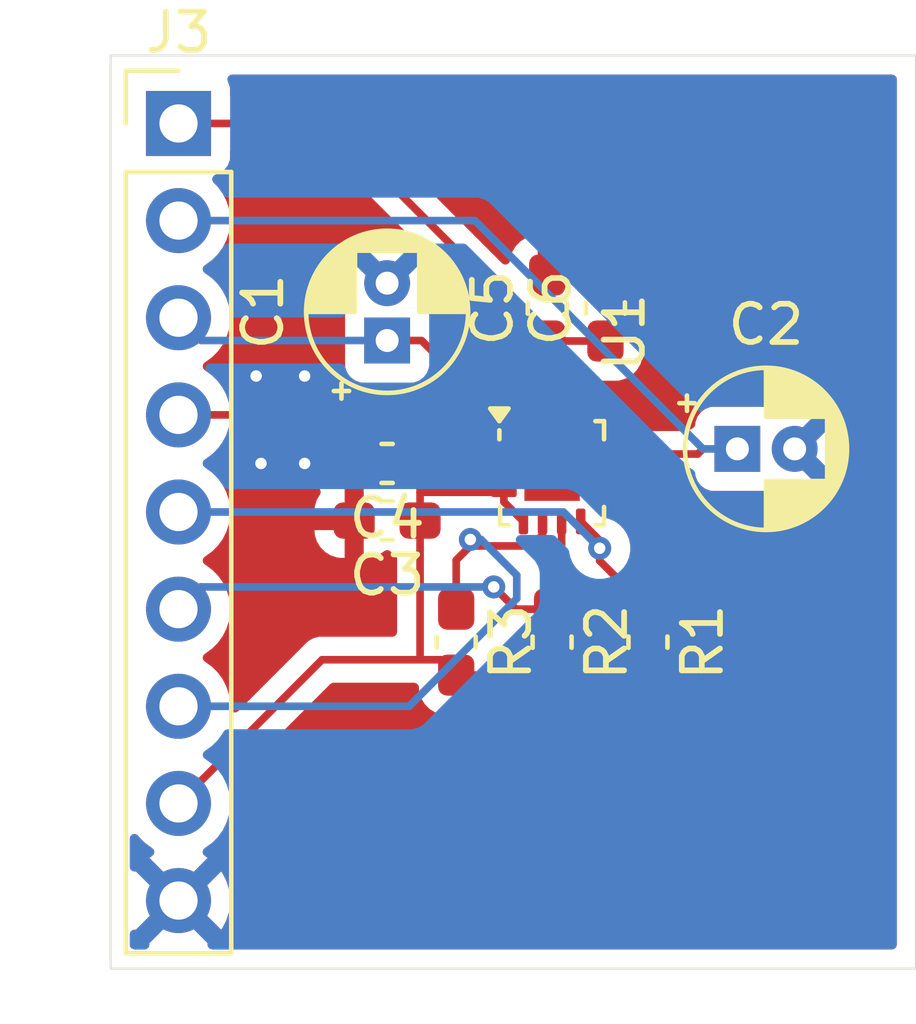
<source format=kicad_pcb>
(kicad_pcb (version 20241229) (generator "pcbnew") (generator_version "9.0")
  (layers (0 "F.Cu" signal) (2 "B.Cu" signal) (13 "F.Paste" user) (15 "B.Paste" user) (5 "F.SilkS" user "F.Silkscreen") (7 "B.SilkS" user "B.Silkscreen") (1 "F.Mask" user) (3 "B.Mask" user) (25 "Edge.Cuts" user))
  (net 0 "")
  (net 1 "/CC2")
  (net 2 "GND")
  (net 3 "/CC1")
  (net 4 "+3.3V")
  (net 5 "/VCONN")
  (net 6 "/INT")
  (net 7 "/SDA")
  (net 8 "/VBUS")
  (net 9 "/SCL")
  (footprint "Capacitor_SMD:C_0603_1608Metric_Pad1.08x0.95mm_HandSolder" (layer "F.Cu") (at 67.34 46.8365 -90)
    (property "Reference" "R3" (at 0 -1.43 90) (layer "F.SilkS"))
    (property "Value" "4.7k")
    (fp_line (start -0.146267 0.51) (end 0.146267 0.51) (stroke (width 0.12)) (layer "F.SilkS"))
    (fp_line (start -0.146267 -0.51) (end 0.146267 -0.51) (stroke (width 0.12)) (layer "F.SilkS"))
    (pad "1" smd roundrect (at -0.8625 0 270) (size 1.075 0.95) (layers "F.Cu" "F.Mask" "F.Paste") (net 6 "/INT"))
    (pad "2" smd roundrect (at 0.8625 0 270) (size 1.075 0.95) (layers "F.Cu" "F.Mask" "F.Paste") (net 4 "+3.3V"))
  )
  (footprint "Capacitor_THT:CP_Radial_D4.0mm_P1.50mm" (layer "F.Cu") (at 65.532 38.9496 90)
    (property "Reference" "C1" (at 0.75 -3.25 90) (layer "F.SilkS"))
    (property "Value" "600pf")
    (fp_line (start 0.79 -2.08) (end 0.79 -0.84) (stroke (width 0.12)) (layer "F.SilkS"))
    (fp_line (start 0.75 -2.08) (end 0.75 -0.84) (stroke (width 0.12)) (layer "F.SilkS"))
    (fp_line (start 0.83 -2.078) (end 0.83 -0.84) (stroke (width 0.12)) (layer "F.SilkS"))
    (fp_line (start 0.87 -2.077) (end 0.87 -0.84) (stroke (width 0.12)) (layer "F.SilkS"))
    (fp_line (start 0.91 -2.074) (end 0.91 -0.84) (stroke (width 0.12)) (layer "F.SilkS"))
    (fp_line (start 0.95 -2.071) (end 0.95 -0.84) (stroke (width 0.12)) (layer "F.SilkS"))
    (fp_line (start 0.99 -2.066) (end 0.99 -0.84) (stroke (width 0.12)) (layer "F.SilkS"))
    (fp_line (start 1.03 -2.061) (end 1.03 -0.84) (stroke (width 0.12)) (layer "F.SilkS"))
    (fp_line (start 1.07 -2.056) (end 1.07 -0.84) (stroke (width 0.12)) (layer "F.SilkS"))
    (fp_line (start 1.11 -2.049) (end 1.11 -0.84) (stroke (width 0.12)) (layer "F.SilkS"))
    (fp_line (start 1.15 -2.042) (end 1.15 -0.84) (stroke (width 0.12)) (layer "F.SilkS"))
    (fp_line (start 1.19 -2.034) (end 1.19 -0.84) (stroke (width 0.12)) (layer "F.SilkS"))
    (fp_line (start 1.23 -2.025) (end 1.23 -0.84) (stroke (width 0.12)) (layer "F.SilkS"))
    (fp_line (start 1.27 -2.015) (end 1.27 -0.84) (stroke (width 0.12)) (layer "F.SilkS"))
    (fp_line (start 1.31 -2.005) (end 1.31 -0.84) (stroke (width 0.12)) (layer "F.SilkS"))
    (fp_line (start 1.35 -1.993) (end 1.35 -0.84) (stroke (width 0.12)) (layer "F.SilkS"))
    (fp_line (start 1.39 -1.981) (end 1.39 -0.84) (stroke (width 0.12)) (layer "F.SilkS"))
    (fp_line (start 1.43 -1.968) (end 1.43 -0.84) (stroke (width 0.12)) (layer "F.SilkS"))
    (fp_line (start 1.47 -1.954) (end 1.47 -0.84) (stroke (width 0.12)) (layer "F.SilkS"))
    (fp_line (start 1.51 -1.939) (end 1.51 -0.84) (stroke (width 0.12)) (layer "F.SilkS"))
    (fp_line (start 1.55 -1.923) (end 1.55 -0.84) (stroke (width 0.12)) (layer "F.SilkS"))
    (fp_line (start 1.59 -1.906) (end 1.59 -0.84) (stroke (width 0.12)) (layer "F.SilkS"))
    (fp_line (start 1.63 -1.889) (end 1.63 -0.84) (stroke (width 0.12)) (layer "F.SilkS"))
    (fp_line (start 1.67 -1.87) (end 1.67 -0.84) (stroke (width 0.12)) (layer "F.SilkS"))
    (fp_line (start 1.71 -1.85) (end 1.71 -0.84) (stroke (width 0.12)) (layer "F.SilkS"))
    (fp_line (start 1.75 -1.829) (end 1.75 -0.84) (stroke (width 0.12)) (layer "F.SilkS"))
    (fp_line (start 1.79 -1.807) (end 1.79 -0.84) (stroke (width 0.12)) (layer "F.SilkS"))
    (fp_line (start 1.83 -1.784) (end 1.83 -0.84) (stroke (width 0.12)) (layer "F.SilkS"))
    (fp_line (start 1.87 -1.76) (end 1.87 -0.84) (stroke (width 0.12)) (layer "F.SilkS"))
    (fp_line (start 1.91 -1.734) (end 1.91 -0.84) (stroke (width 0.12)) (layer "F.SilkS"))
    (fp_line (start 1.95 -1.708) (end 1.95 -0.84) (stroke (width 0.12)) (layer "F.SilkS"))
    (fp_line (start 1.99 -1.68) (end 1.99 -0.84) (stroke (width 0.12)) (layer "F.SilkS"))
    (fp_line (start 2.03 -1.65) (end 2.03 -0.84) (stroke (width 0.12)) (layer "F.SilkS"))
    (fp_line (start 2.07 -1.619) (end 2.07 -0.84) (stroke (width 0.12)) (layer "F.SilkS"))
    (fp_line (start 2.11 -1.586) (end 2.11 -0.84) (stroke (width 0.12)) (layer "F.SilkS"))
    (fp_line (start 2.15 -1.552) (end 2.15 -0.84) (stroke (width 0.12)) (layer "F.SilkS"))
    (fp_line (start 2.19 -1.516) (end 2.19 -0.84) (stroke (width 0.12)) (layer "F.SilkS"))
    (fp_line (start 2.23 -1.478) (end 2.23 -0.84) (stroke (width 0.12)) (layer "F.SilkS"))
    (fp_line (start 2.27 -1.438) (end 2.27 -0.84) (stroke (width 0.12)) (layer "F.SilkS"))
    (fp_line (start 2.31 -1.396) (end 2.31 -0.84) (stroke (width 0.12)) (layer "F.SilkS"))
    (fp_line (start -1.319801 -1.395) (end -1.319801 -0.995) (stroke (width 0.12)) (layer "F.SilkS"))
    (fp_line (start 2.35 -1.351) (end 2.35 1.351) (stroke (width 0.12)) (layer "F.SilkS"))
    (fp_line (start 2.39 -1.303) (end 2.39 1.303) (stroke (width 0.12)) (layer "F.SilkS"))
    (fp_line (start 2.43 -1.253) (end 2.43 1.253) (stroke (width 0.12)) (layer "F.SilkS"))
    (fp_line (start 2.47 -1.199) (end 2.47 1.199) (stroke (width 0.12)) (layer "F.SilkS"))
    (fp_line (start -1.519801 -1.195) (end -1.119801 -1.195) (stroke (width 0.12)) (layer "F.SilkS"))
    (fp_line (start 2.51 -1.142) (end 2.51 1.142) (stroke (width 0.12)) (layer "F.SilkS"))
    (fp_line (start 2.55 -1.08) (end 2.55 1.08) (stroke (width 0.12)) (layer "F.SilkS"))
    (fp_line (start 2.59 -1.013) (end 2.59 1.013) (stroke (width 0.12)) (layer "F.SilkS"))
    (fp_line (start 2.63 -0.94) (end 2.63 0.94) (stroke (width 0.12)) (layer "F.SilkS"))
    (fp_line (start 2.67 -0.859) (end 2.67 0.859) (stroke (width 0.12)) (layer "F.SilkS"))
    (fp_line (start 2.71 -0.768) (end 2.71 0.768) (stroke (width 0.12)) (layer "F.SilkS"))
    (fp_line (start 2.75 -0.663) (end 2.75 0.663) (stroke (width 0.12)) (layer "F.SilkS"))
    (fp_line (start 2.79 -0.537) (end 2.79 0.537) (stroke (width 0.12)) (layer "F.SilkS"))
    (fp_line (start 2.83 -0.37) (end 2.83 0.37) (stroke (width 0.12)) (layer "F.SilkS"))
    (fp_line (start 2.31 0.84) (end 2.31 1.396) (stroke (width 0.12)) (layer "F.SilkS"))
    (fp_line (start 2.27 0.84) (end 2.27 1.438) (stroke (width 0.12)) (layer "F.SilkS"))
    (fp_line (start 2.23 0.84) (end 2.23 1.478) (stroke (width 0.12)) (layer "F.SilkS"))
    (fp_line (start 2.19 0.84) (end 2.19 1.516) (stroke (width 0.12)) (layer "F.SilkS"))
    (fp_line (start 2.15 0.84) (end 2.15 1.552) (stroke (width 0.12)) (layer "F.SilkS"))
    (fp_line (start 2.11 0.84) (end 2.11 1.586) (stroke (width 0.12)) (layer "F.SilkS"))
    (fp_line (start 2.07 0.84) (end 2.07 1.619) (stroke (width 0.12)) (layer "F.SilkS"))
    (fp_line (start 2.03 0.84) (end 2.03 1.65) (stroke (width 0.12)) (layer "F.SilkS"))
    (fp_line (start 1.99 0.84) (end 1.99 1.68) (stroke (width 0.12)) (layer "F.SilkS"))
    (fp_line (start 1.95 0.84) (end 1.95 1.708) (stroke (width 0.12)) (layer "F.SilkS"))
    (fp_line (start 1.91 0.84) (end 1.91 1.734) (stroke (width 0.12)) (layer "F.SilkS"))
    (fp_line (start 1.87 0.84) (end 1.87 1.76) (stroke (width 0.12)) (layer "F.SilkS"))
    (fp_line (start 1.83 0.84) (end 1.83 1.784) (stroke (width 0.12)) (layer "F.SilkS"))
    (fp_line (start 1.79 0.84) (end 1.79 1.807) (stroke (width 0.12)) (layer "F.SilkS"))
    (fp_line (start 1.75 0.84) (end 1.75 1.829) (stroke (width 0.12)) (layer "F.SilkS"))
    (fp_line (start 1.71 0.84) (end 1.71 1.85) (stroke (width 0.12)) (layer "F.SilkS"))
    (fp_line (start 1.67 0.84) (end 1.67 1.87) (stroke (width 0.12)) (layer "F.SilkS"))
    (fp_line (start 1.63 0.84) (end 1.63 1.889) (stroke (width 0.12)) (layer "F.SilkS"))
    (fp_line (start 1.59 0.84) (end 1.59 1.906) (stroke (width 0.12)) (layer "F.SilkS"))
    (fp_line (start 1.55 0.84) (end 1.55 1.923) (stroke (width 0.12)) (layer "F.SilkS"))
    (fp_line (start 1.51 0.84) (end 1.51 1.939) (stroke (width 0.12)) (layer "F.SilkS"))
    (fp_line (start 1.47 0.84) (end 1.47 1.954) (stroke (width 0.12)) (layer "F.SilkS"))
    (fp_line (start 1.43 0.84) (end 1.43 1.968) (stroke (width 0.12)) (layer "F.SilkS"))
    (fp_line (start 1.39 0.84) (end 1.39 1.981) (stroke (width 0.12)) (layer "F.SilkS"))
    (fp_line (start 1.35 0.84) (end 1.35 1.993) (stroke (width 0.12)) (layer "F.SilkS"))
    (fp_line (start 1.31 0.84) (end 1.31 2.005) (stroke (width 0.12)) (layer "F.SilkS"))
    (fp_line (start 1.27 0.84) (end 1.27 2.015) (stroke (width 0.12)) (layer "F.SilkS"))
    (fp_line (start 1.23 0.84) (end 1.23 2.025) (stroke (width 0.12)) (layer "F.SilkS"))
    (fp_line (start 1.19 0.84) (end 1.19 2.034) (stroke (width 0.12)) (layer "F.SilkS"))
    (fp_line (start 1.15 0.84) (end 1.15 2.042) (stroke (width 0.12)) (layer "F.SilkS"))
    (fp_line (start 1.11 0.84) (end 1.11 2.049) (stroke (width 0.12)) (layer "F.SilkS"))
    (fp_line (start 1.07 0.84) (end 1.07 2.056) (stroke (width 0.12)) (layer "F.SilkS"))
    (fp_line (start 1.03 0.84) (end 1.03 2.061) (stroke (width 0.12)) (layer "F.SilkS"))
    (fp_line (start 0.99 0.84) (end 0.99 2.066) (stroke (width 0.12)) (layer "F.SilkS"))
    (fp_line (start 0.95 0.84) (end 0.95 2.071) (stroke (width 0.12)) (layer "F.SilkS"))
    (fp_line (start 0.91 0.84) (end 0.91 2.074) (stroke (width 0.12)) (layer "F.SilkS"))
    (fp_line (start 0.87 0.84) (end 0.87 2.077) (stroke (width 0.12)) (layer "F.SilkS"))
    (fp_line (start 0.83 0.84) (end 0.83 2.078) (stroke (width 0.12)) (layer "F.SilkS"))
    (fp_line (start 0.79 0.84) (end 0.79 2.08) (stroke (width 0.12)) (layer "F.SilkS"))
    (fp_line (start 0.75 0.84) (end 0.75 2.08) (stroke (width 0.12)) (layer "F.SilkS"))
    (fp_circle (center 0.75 0) (end 2.87 0) (stroke (width 0.12)) (fill no) (layer "F.SilkS"))
    (pad "1" thru_hole rect (at 0 0 90) (size 1.2 1.2) (drill 0.6) (layers "*.Cu" "*.Mask") (net 1 "/CC2"))
    (pad "2" thru_hole circle (at 1.5 0 90) (size 1.2 1.2) (drill 0.6) (layers "*.Cu" "*.Mask") (net 2 "GND"))
  )
  (footprint "Capacitor_SMD:C_0603_1608Metric_Pad1.08x0.95mm_HandSolder" (layer "F.Cu") (at 65.532 42.164 180)
    (property "Reference" "C4" (at 0 -1.43 0) (layer "F.SilkS"))
    (property "Value" "1uf")
    (fp_line (start -0.146267 0.51) (end 0.146267 0.51) (stroke (width 0.12)) (layer "F.SilkS"))
    (fp_line (start -0.146267 -0.51) (end 0.146267 -0.51) (stroke (width 0.12)) (layer "F.SilkS"))
    (pad "1" smd roundrect (at -0.8625 0 180) (size 1.075 0.95) (layers "F.Cu" "F.Mask" "F.Paste") (net 4 "+3.3V"))
    (pad "2" smd roundrect (at 0.8625 0 180) (size 1.075 0.95) (layers "F.Cu" "F.Mask" "F.Paste") (net 2 "GND"))
  )
  (footprint "Capacitor_SMD:C_0603_1608Metric_Pad1.08x0.95mm_HandSolder" (layer "F.Cu") (at 72.36 46.8365 -90)
    (property "Reference" "R1" (at 0 -1.43 90) (layer "F.SilkS"))
    (property "Value" "4.7k")
    (fp_line (start -0.146267 0.51) (end 0.146267 0.51) (stroke (width 0.12)) (layer "F.SilkS"))
    (fp_line (start -0.146267 -0.51) (end 0.146267 -0.51) (stroke (width 0.12)) (layer "F.SilkS"))
    (pad "1" smd roundrect (at -0.8625 0 270) (size 1.075 0.95) (layers "F.Cu" "F.Mask" "F.Paste") (net 7 "/SDA"))
    (pad "2" smd roundrect (at 0.8625 0 270) (size 1.075 0.95) (layers "F.Cu" "F.Mask" "F.Paste") (net 4 "+3.3V"))
  )
  (footprint "Package_DFN_QFN:WQFN-14-1EP_2.5x2.5mm_P0.5mm_EP1.45x1.45mm" (layer "F.Cu") (at 69.85 42.418)
    (property "Reference" "U1" (at 1.895 -3.683 90) (layer "F.SilkS"))
    (property "Value" "FUSB302BMPX")
    (fp_line (start -1.38 -0.885) (end -1.38 -1.12) (stroke (width 0.12)) (layer "F.SilkS"))
    (fp_line (start -1.36 1.36) (end -1.36 0.885) (stroke (width 0.12)) (layer "F.SilkS"))
    (fp_line (start -1.135 1.36) (end -1.36 1.36) (stroke (width 0.12)) (layer "F.SilkS"))
    (fp_line (start 1.135 -1.36) (end 1.36 -1.36) (stroke (width 0.12)) (layer "F.SilkS"))
    (fp_line (start 1.135 1.36) (end 1.36 1.36) (stroke (width 0.12)) (layer "F.SilkS"))
    (fp_line (start 1.36 -1.36) (end 1.36 -0.885) (stroke (width 0.12)) (layer "F.SilkS"))
    (fp_line (start 1.36 1.36) (end 1.36 0.885) (stroke (width 0.12)) (layer "F.SilkS"))
    (fp_poly (pts (xy -1.38 -1.36) (xy -1.62 -1.69) (xy -1.14 -1.69)) (stroke (width 0.12)) (fill yes) (layer "F.SilkS"))
    (pad "1" smd roundrect (at -1.2625 -0.5) (size 0.675 0.25) (layers "F.Cu" "F.Mask" "F.Paste") (net 1 "/CC2"))
    (pad "2" smd roundrect (at -1.2625 0) (size 0.675 0.25) (layers "F.Cu" "F.Mask" "F.Paste") (net 8 "/VBUS"))
    (pad "3" smd roundrect (at -1.2625 0.5) (size 0.675 0.25) (layers "F.Cu" "F.Mask" "F.Paste") (net 4 "+3.3V"))
    (pad "4" smd roundrect (at -0.75 1.2625) (size 0.25 0.675) (layers "F.Cu" "F.Mask" "F.Paste") (net 4 "+3.3V"))
    (pad "5" smd roundrect (at -0.25 1.2625) (size 0.25 0.675) (layers "F.Cu" "F.Mask" "F.Paste") (net 6 "/INT"))
    (pad "6" smd roundrect (at 0.25 1.2625) (size 0.25 0.675) (layers "F.Cu" "F.Mask" "F.Paste") (net 9 "/SCL"))
    (pad "7" smd roundrect (at 0.75 1.2625) (size 0.25 0.675) (layers "F.Cu" "F.Mask" "F.Paste") (net 7 "/SDA"))
    (pad "8" smd roundrect (at 1.2625 0.5) (size 0.675 0.25) (layers "F.Cu" "F.Mask" "F.Paste") (net 2 "GND"))
    (pad "9" smd roundrect (at 1.2625 0) (size 0.675 0.25) (layers "F.Cu" "F.Mask" "F.Paste") (net 2 "GND"))
    (pad "10" smd roundrect (at 1.2625 -0.5) (size 0.675 0.25) (layers "F.Cu" "F.Mask" "F.Paste") (net 3 "/CC1"))
    (pad "11" smd roundrect (at 0.75 -1.2625) (size 0.25 0.675) (layers "F.Cu" "F.Mask" "F.Paste") (net 3 "/CC1"))
    (pad "12" smd roundrect (at 0.25 -1.2625) (size 0.25 0.675) (layers "F.Cu" "F.Mask" "F.Paste") (net 5 "/VCONN"))
    (pad "13" smd roundrect (at -0.25 -1.2625) (size 0.25 0.675) (layers "F.Cu" "F.Mask" "F.Paste") (net 5 "/VCONN"))
    (pad "14" smd roundrect (at -0.75 -1.2625) (size 0.25 0.675) (layers "F.Cu" "F.Mask" "F.Paste") (net 1 "/CC2"))
    (pad "15" smd rect (at 0 0) (size 1.45 1.45) (property pad_prop_heatsink) (layers "F.Cu" "F.Mask") (net 2 "GND"))
  )
  (footprint "Capacitor_SMD:C_0603_1608Metric_Pad1.08x0.95mm_HandSolder" (layer "F.Cu") (at 69.85 46.8365 -90)
    (property "Reference" "R2" (at 0 -1.43 90) (layer "F.SilkS"))
    (property "Value" "4.7k")
    (fp_line (start -0.146267 0.51) (end 0.146267 0.51) (stroke (width 0.12)) (layer "F.SilkS"))
    (fp_line (start -0.146267 -0.51) (end 0.146267 -0.51) (stroke (width 0.12)) (layer "F.SilkS"))
    (pad "1" smd roundrect (at -0.8625 0 270) (size 1.075 0.95) (layers "F.Cu" "F.Mask" "F.Paste") (net 9 "/SCL"))
    (pad "2" smd roundrect (at 0.8625 0 270) (size 1.075 0.95) (layers "F.Cu" "F.Mask" "F.Paste") (net 4 "+3.3V"))
  )
  (footprint "Capacitor_THT:CP_Radial_D4.0mm_P1.50mm" (layer "F.Cu") (at 74.7 41.783)
    (property "Reference" "C2" (at 0.75 -3.25 0) (layer "F.SilkS"))
    (property "Value" "600pf")
    (fp_line (start -1.519801 -1.195) (end -1.119801 -1.195) (stroke (width 0.12)) (layer "F.SilkS"))
    (fp_line (start -1.319801 -1.395) (end -1.319801 -0.995) (stroke (width 0.12)) (layer "F.SilkS"))
    (fp_line (start 0.75 -2.08) (end 0.75 -0.84) (stroke (width 0.12)) (layer "F.SilkS"))
    (fp_line (start 0.75 0.84) (end 0.75 2.08) (stroke (width 0.12)) (layer "F.SilkS"))
    (fp_line (start 0.79 -2.08) (end 0.79 -0.84) (stroke (width 0.12)) (layer "F.SilkS"))
    (fp_line (start 0.79 0.84) (end 0.79 2.08) (stroke (width 0.12)) (layer "F.SilkS"))
    (fp_line (start 0.83 -2.078) (end 0.83 -0.84) (stroke (width 0.12)) (layer "F.SilkS"))
    (fp_line (start 0.83 0.84) (end 0.83 2.078) (stroke (width 0.12)) (layer "F.SilkS"))
    (fp_line (start 0.87 -2.077) (end 0.87 -0.84) (stroke (width 0.12)) (layer "F.SilkS"))
    (fp_line (start 0.87 0.84) (end 0.87 2.077) (stroke (width 0.12)) (layer "F.SilkS"))
    (fp_line (start 0.91 -2.074) (end 0.91 -0.84) (stroke (width 0.12)) (layer "F.SilkS"))
    (fp_line (start 0.91 0.84) (end 0.91 2.074) (stroke (width 0.12)) (layer "F.SilkS"))
    (fp_line (start 0.95 -2.071) (end 0.95 -0.84) (stroke (width 0.12)) (layer "F.SilkS"))
    (fp_line (start 0.95 0.84) (end 0.95 2.071) (stroke (width 0.12)) (layer "F.SilkS"))
    (fp_line (start 0.99 -2.066) (end 0.99 -0.84) (stroke (width 0.12)) (layer "F.SilkS"))
    (fp_line (start 0.99 0.84) (end 0.99 2.066) (stroke (width 0.12)) (layer "F.SilkS"))
    (fp_line (start 1.03 -2.061) (end 1.03 -0.84) (stroke (width 0.12)) (layer "F.SilkS"))
    (fp_line (start 1.03 0.84) (end 1.03 2.061) (stroke (width 0.12)) (layer "F.SilkS"))
    (fp_line (start 1.07 -2.056) (end 1.07 -0.84) (stroke (width 0.12)) (layer "F.SilkS"))
    (fp_line (start 1.07 0.84) (end 1.07 2.056) (stroke (width 0.12)) (layer "F.SilkS"))
    (fp_line (start 1.11 -2.049) (end 1.11 -0.84) (stroke (width 0.12)) (layer "F.SilkS"))
    (fp_line (start 1.11 0.84) (end 1.11 2.049) (stroke (width 0.12)) (layer "F.SilkS"))
    (fp_line (start 1.15 -2.042) (end 1.15 -0.84) (stroke (width 0.12)) (layer "F.SilkS"))
    (fp_line (start 1.15 0.84) (end 1.15 2.042) (stroke (width 0.12)) (layer "F.SilkS"))
    (fp_line (start 1.19 -2.034) (end 1.19 -0.84) (stroke (width 0.12)) (layer "F.SilkS"))
    (fp_line (start 1.19 0.84) (end 1.19 2.034) (stroke (width 0.12)) (layer "F.SilkS"))
    (fp_line (start 1.23 -2.025) (end 1.23 -0.84) (stroke (width 0.12)) (layer "F.SilkS"))
    (fp_line (start 1.23 0.84) (end 1.23 2.025) (stroke (width 0.12)) (layer "F.SilkS"))
    (fp_line (start 1.27 -2.015) (end 1.27 -0.84) (stroke (width 0.12)) (layer "F.SilkS"))
    (fp_line (start 1.27 0.84) (end 1.27 2.015) (stroke (width 0.12)) (layer "F.SilkS"))
    (fp_line (start 1.31 -2.005) (end 1.31 -0.84) (stroke (width 0.12)) (layer "F.SilkS"))
    (fp_line (start 1.31 0.84) (end 1.31 2.005) (stroke (width 0.12)) (layer "F.SilkS"))
    (fp_line (start 1.35 -1.993) (end 1.35 -0.84) (stroke (width 0.12)) (layer "F.SilkS"))
    (fp_line (start 1.35 0.84) (end 1.35 1.993) (stroke (width 0.12)) (layer "F.SilkS"))
    (fp_line (start 1.39 -1.981) (end 1.39 -0.84) (stroke (width 0.12)) (layer "F.SilkS"))
    (fp_line (start 1.39 0.84) (end 1.39 1.981) (stroke (width 0.12)) (layer "F.SilkS"))
    (fp_line (start 1.43 -1.968) (end 1.43 -0.84) (stroke (width 0.12)) (layer "F.SilkS"))
    (fp_line (start 1.43 0.84) (end 1.43 1.968) (stroke (width 0.12)) (layer "F.SilkS"))
    (fp_line (start 1.47 -1.954) (end 1.47 -0.84) (stroke (width 0.12)) (layer "F.SilkS"))
    (fp_line (start 1.47 0.84) (end 1.47 1.954) (stroke (width 0.12)) (layer "F.SilkS"))
    (fp_line (start 1.51 -1.939) (end 1.51 -0.84) (stroke (width 0.12)) (layer "F.SilkS"))
    (fp_line (start 1.51 0.84) (end 1.51 1.939) (stroke (width 0.12)) (layer "F.SilkS"))
    (fp_line (start 1.55 -1.923) (end 1.55 -0.84) (stroke (width 0.12)) (layer "F.SilkS"))
    (fp_line (start 1.55 0.84) (end 1.55 1.923) (stroke (width 0.12)) (layer "F.SilkS"))
    (fp_line (start 1.59 -1.906) (end 1.59 -0.84) (stroke (width 0.12)) (layer "F.SilkS"))
    (fp_line (start 1.59 0.84) (end 1.59 1.906) (stroke (width 0.12)) (layer "F.SilkS"))
    (fp_line (start 1.63 -1.889) (end 1.63 -0.84) (stroke (width 0.12)) (layer "F.SilkS"))
    (fp_line (start 1.63 0.84) (end 1.63 1.889) (stroke (width 0.12)) (layer "F.SilkS"))
    (fp_line (start 1.67 -1.87) (end 1.67 -0.84) (stroke (width 0.12)) (layer "F.SilkS"))
    (fp_line (start 1.67 0.84) (end 1.67 1.87) (stroke (width 0.12)) (layer "F.SilkS"))
    (fp_line (start 1.71 -1.85) (end 1.71 -0.84) (stroke (width 0.12)) (layer "F.SilkS"))
    (fp_line (start 1.71 0.84) (end 1.71 1.85) (stroke (width 0.12)) (layer "F.SilkS"))
    (fp_line (start 1.75 -1.829) (end 1.75 -0.84) (stroke (width 0.12)) (layer "F.SilkS"))
    (fp_line (start 1.75 0.84) (end 1.75 1.829) (stroke (width 0.12)) (layer "F.SilkS"))
    (fp_line (start 1.79 -1.807) (end 1.79 -0.84) (stroke (width 0.12)) (layer "F.SilkS"))
    (fp_line (start 1.79 0.84) (end 1.79 1.807) (stroke (width 0.12)) (layer "F.SilkS"))
    (fp_line (start 1.83 -1.784) (end 1.83 -0.84) (stroke (width 0.12)) (layer "F.SilkS"))
    (fp_line (start 1.83 0.84) (end 1.83 1.784) (stroke (width 0.12)) (layer "F.SilkS"))
    (fp_line (start 1.87 -1.76) (end 1.87 -0.84) (stroke (width 0.12)) (layer "F.SilkS"))
    (fp_line (start 1.87 0.84) (end 1.87 1.76) (stroke (width 0.12)) (layer "F.SilkS"))
    (fp_line (start 1.91 -1.734) (end 1.91 -0.84) (stroke (width 0.12)) (layer "F.SilkS"))
    (fp_line (start 1.91 0.84) (end 1.91 1.734) (stroke (width 0.12)) (layer "F.SilkS"))
    (fp_line (start 1.95 -1.708) (end 1.95 -0.84) (stroke (width 0.12)) (layer "F.SilkS"))
    (fp_line (start 1.95 0.84) (end 1.95 1.708) (stroke (width 0.12)) (layer "F.SilkS"))
    (fp_line (start 1.99 -1.68) (end 1.99 -0.84) (stroke (width 0.12)) (layer "F.SilkS"))
    (fp_line (start 1.99 0.84) (end 1.99 1.68) (stroke (width 0.12)) (layer "F.SilkS"))
    (fp_line (start 2.03 -1.65) (end 2.03 -0.84) (stroke (width 0.12)) (layer "F.SilkS"))
    (fp_line (start 2.03 0.84) (end 2.03 1.65) (stroke (width 0.12)) (layer "F.SilkS"))
    (fp_line (start 2.07 -1.619) (end 2.07 -0.84) (stroke (width 0.12)) (layer "F.SilkS"))
    (fp_line (start 2.07 0.84) (end 2.07 1.619) (stroke (width 0.12)) (layer "F.SilkS"))
    (fp_line (start 2.11 -1.586) (end 2.11 -0.84) (stroke (width 0.12)) (layer "F.SilkS"))
    (fp_line (start 2.11 0.84) (end 2.11 1.586) (stroke (width 0.12)) (layer "F.SilkS"))
    (fp_line (start 2.15 -1.552) (end 2.15 -0.84) (stroke (width 0.12)) (layer "F.SilkS"))
    (fp_line (start 2.15 0.84) (end 2.15 1.552) (stroke (width 0.12)) (layer "F.SilkS"))
    (fp_line (start 2.19 -1.516) (end 2.19 -0.84) (stroke (width 0.12)) (layer "F.SilkS"))
    (fp_line (start 2.19 0.84) (end 2.19 1.516) (stroke (width 0.12)) (layer "F.SilkS"))
    (fp_line (start 2.23 -1.478) (end 2.23 -0.84) (stroke (width 0.12)) (layer "F.SilkS"))
    (fp_line (start 2.23 0.84) (end 2.23 1.478) (stroke (width 0.12)) (layer "F.SilkS"))
    (fp_line (start 2.27 -1.438) (end 2.27 -0.84) (stroke (width 0.12)) (layer "F.SilkS"))
    (fp_line (start 2.27 0.84) (end 2.27 1.438) (stroke (width 0.12)) (layer "F.SilkS"))
    (fp_line (start 2.31 -1.396) (end 2.31 -0.84) (stroke (width 0.12)) (layer "F.SilkS"))
    (fp_line (start 2.31 0.84) (end 2.31 1.396) (stroke (width 0.12)) (layer "F.SilkS"))
    (fp_line (start 2.35 -1.351) (end 2.35 1.351) (stroke (width 0.12)) (layer "F.SilkS"))
    (fp_line (start 2.39 -1.303) (end 2.39 1.303) (stroke (width 0.12)) (layer "F.SilkS"))
    (fp_line (start 2.43 -1.253) (end 2.43 1.253) (stroke (width 0.12)) (layer "F.SilkS"))
    (fp_line (start 2.47 -1.199) (end 2.47 1.199) (stroke (width 0.12)) (layer "F.SilkS"))
    (fp_line (start 2.51 -1.142) (end 2.51 1.142) (stroke (width 0.12)) (layer "F.SilkS"))
    (fp_line (start 2.55 -1.08) (end 2.55 1.08) (stroke (width 0.12)) (layer "F.SilkS"))
    (fp_line (start 2.59 -1.013) (end 2.59 1.013) (stroke (width 0.12)) (layer "F.SilkS"))
    (fp_line (start 2.63 -0.94) (end 2.63 0.94) (stroke (width 0.12)) (layer "F.SilkS"))
    (fp_line (start 2.67 -0.859) (end 2.67 0.859) (stroke (width 0.12)) (layer "F.SilkS"))
    (fp_line (start 2.71 -0.768) (end 2.71 0.768) (stroke (width 0.12)) (layer "F.SilkS"))
    (fp_line (start 2.75 -0.663) (end 2.75 0.663) (stroke (width 0.12)) (layer "F.SilkS"))
    (fp_line (start 2.79 -0.537) (end 2.79 0.537) (stroke (width 0.12)) (layer "F.SilkS"))
    (fp_line (start 2.83 -0.37) (end 2.83 0.37) (stroke (width 0.12)) (layer "F.SilkS"))
    (fp_circle (center 0.75 0) (end 2.87 0) (stroke (width 0.12)) (fill no) (layer "F.SilkS"))
    (pad "1" thru_hole rect (at 0 0) (size 1.2 1.2) (drill 0.6) (layers "*.Cu" "*.Mask") (net 3 "/CC1"))
    (pad "2" thru_hole circle (at 1.5 0) (size 1.2 1.2) (drill 0.6) (layers "*.Cu" "*.Mask") (net 2 "GND"))
  )
  (footprint "Capacitor_SMD:C_0603_1608Metric_Pad1.08x0.95mm_HandSolder" (layer "F.Cu") (at 65.532 43.658 180)
    (property "Reference" "C3" (at 0 -1.43 0) (layer "F.SilkS"))
    (property "Value" "0.1uf")
    (fp_line (start -0.146267 0.51) (end 0.146267 0.51) (stroke (width 0.12)) (layer "F.SilkS"))
    (fp_line (start -0.146267 -0.51) (end 0.146267 -0.51) (stroke (width 0.12)) (layer "F.SilkS"))
    (pad "1" smd roundrect (at -0.8625 0 180) (size 1.075 0.95) (layers "F.Cu" "F.Mask" "F.Paste") (net 4 "+3.3V"))
    (pad "2" smd roundrect (at 0.8625 0 180) (size 1.075 0.95) (layers "F.Cu" "F.Mask" "F.Paste") (net 2 "GND"))
  )
  (footprint "Connector_PinHeader_2.54mm:PinHeader_1x09_P2.54mm_Vertical" (layer "F.Cu") (at 60.071 33.274)
    (property "Reference" "J3" (at 0 -2.38 0) (layer "F.SilkS"))
    (property "Value" "Conn_01x09")
    (fp_line (start -1.38 -1.38) (end 0 -1.38) (stroke (width 0.12)) (layer "F.SilkS"))
    (fp_line (start -1.38 0) (end -1.38 -1.38) (stroke (width 0.12)) (layer "F.SilkS"))
    (fp_line (start -1.38 1.27) (end -1.38 21.7) (stroke (width 0.12)) (layer "F.SilkS"))
    (fp_line (start -1.38 1.27) (end 1.38 1.27) (stroke (width 0.12)) (layer "F.SilkS"))
    (fp_line (start -1.38 21.7) (end 1.38 21.7) (stroke (width 0.12)) (layer "F.SilkS"))
    (fp_line (start 1.38 1.27) (end 1.38 21.7) (stroke (width 0.12)) (layer "F.SilkS"))
    (pad "1" thru_hole rect (at 0 0) (size 1.7 1.7) (drill 1) (layers "*.Cu" "*.Mask") (net 5 "/VCONN"))
    (pad "2" thru_hole circle (at 0 2.54) (size 1.7 1.7) (drill 1) (layers "*.Cu" "*.Mask") (net 3 "/CC1"))
    (pad "3" thru_hole circle (at 0 5.08) (size 1.7 1.7) (drill 1) (layers "*.Cu" "*.Mask") (net 1 "/CC2"))
    (pad "4" thru_hole circle (at 0 7.62) (size 1.7 1.7) (drill 1) (layers "*.Cu" "*.Mask") (net 8 "/VBUS"))
    (pad "5" thru_hole circle (at 0 10.16) (size 1.7 1.7) (drill 1) (layers "*.Cu" "*.Mask") (net 7 "/SDA"))
    (pad "6" thru_hole circle (at 0 12.7) (size 1.7 1.7) (drill 1) (layers "*.Cu" "*.Mask") (net 9 "/SCL"))
    (pad "7" thru_hole circle (at 0 15.24) (size 1.7 1.7) (drill 1) (layers "*.Cu" "*.Mask") (net 6 "/INT"))
    (pad "8" thru_hole circle (at 0 17.78) (size 1.7 1.7) (drill 1) (layers "*.Cu" "*.Mask") (net 4 "+3.3V"))
    (pad "9" thru_hole circle (at 0 20.32) (size 1.7 1.7) (drill 1) (layers "*.Cu" "*.Mask") (net 2 "GND"))
  )
  (footprint "Capacitor_SMD:C_0603_1608Metric_Pad1.08x0.95mm_HandSolder" (layer "F.Cu") (at 71.247 38.1 90)
    (property "Reference" "C6" (at 0 -1.43 90) (layer "F.SilkS"))
    (property "Value" "220uf")
    (fp_line (start -0.146267 -0.51) (end 0.146267 -0.51) (stroke (width 0.12)) (layer "F.SilkS"))
    (fp_line (start -0.146267 0.51) (end 0.146267 0.51) (stroke (width 0.12)) (layer "F.SilkS"))
    (pad "1" smd roundrect (at -0.8625 0 90) (size 1.075 0.95) (layers "F.Cu" "F.Mask" "F.Paste") (net 5 "/VCONN"))
    (pad "2" smd roundrect (at 0.8625 0 90) (size 1.075 0.95) (layers "F.Cu" "F.Mask" "F.Paste") (net 2 "GND"))
  )
  (footprint "Capacitor_SMD:C_0603_1608Metric_Pad1.08x0.95mm_HandSolder" (layer "F.Cu") (at 69.723 38.1 90)
    (property "Reference" "C5" (at 0 -1.43 90) (layer "F.SilkS"))
    (property "Value" "0.1uf")
    (fp_line (start -0.146267 -0.51) (end 0.146267 -0.51) (stroke (width 0.12)) (layer "F.SilkS"))
    (fp_line (start -0.146267 0.51) (end 0.146267 0.51) (stroke (width 0.12)) (layer "F.SilkS"))
    (pad "1" smd roundrect (at -0.8625 0 90) (size 1.075 0.95) (layers "F.Cu" "F.Mask" "F.Paste") (net 5 "/VCONN"))
    (pad "2" smd roundrect (at 0.8625 0 90) (size 1.075 0.95) (layers "F.Cu" "F.Mask" "F.Paste") (net 2 "GND"))
  )
  (gr_rect (start 58.293 31.496) (end 79.375 55.372) (stroke (width 0.05)) (fill no) (layer "Edge.Cuts"))
  (segment (start 69.1 41.1555) (end 68.5875 41.1555) (width 0.2) (layer "F.Cu") (net 1))
  (segment (start 68.5875 41.1555) (end 68.5875 41.918) (width 0.2) (layer "F.Cu") (net 1))
  (segment (start 66.4337 38.9496) (end 68.5875 41.1034) (width 0.2) (layer "F.Cu") (net 1))
  (segment (start 65.532 38.9496) (end 66.4337 38.9496) (width 0.2) (layer "F.Cu") (net 1))
  (segment (start 68.5875 41.1034) (end 68.5875 41.1555) (width 0.2) (layer "F.Cu") (net 1))
  (segment (start 60.6666 38.9496) (end 60.071 38.354) (width 0.2) (layer "B.Cu") (net 1))
  (segment (start 65.532 38.9496) (end 60.6666 38.9496) (width 0.2) (layer "B.Cu") (net 1))
  (segment (start 71.1125 42.918) (end 70.35 42.918) (width 0.2) (layer "F.Cu") (net 2))
  (segment (start 71.1125 42.418) (end 69.85 42.418) (width 0.2) (layer "F.Cu") (net 2))
  (segment (start 71.1125 42.918) (end 71.1125 42.418) (width 0.2) (layer "F.Cu") (net 2))
  (segment (start 70.35 42.918) (end 69.85 42.418) (width 0.2) (layer "F.Cu") (net 2))
  (via (at 62.23 42.164) (size 0.6) (drill 0.3) (layers "F.Cu" "B.Cu") (net 2))
  (via (at 63.373 42.164) (size 0.6) (drill 0.3) (layers "F.Cu" "B.Cu") (net 2))
  (via (at 62.103 39.878) (size 0.6) (drill 0.3) (layers "F.Cu" "B.Cu") (net 2))
  (via (at 63.373 39.878) (size 0.6) (drill 0.3) (layers "F.Cu" "B.Cu") (net 2))
  (segment (start 70.6 41.1555) (end 71.1125 41.668) (width 0.2) (layer "F.Cu") (net 3))
  (segment (start 73.7983 41.783) (end 73.6633 41.918) (width 0.2) (layer "F.Cu") (net 3))
  (segment (start 74.7 41.783) (end 73.7983 41.783) (width 0.2) (layer "F.Cu") (net 3))
  (segment (start 71.1125 41.668) (end 71.1125 41.918) (width 0.2) (layer "F.Cu") (net 3))
  (segment (start 73.6633 41.918) (end 71.1125 41.918) (width 0.2) (layer "F.Cu") (net 3))
  (segment (start 74.7 41.783) (end 73.7983 41.783) (width 0.2) (layer "B.Cu") (net 3))
  (segment (start 67.8293 35.814) (end 73.7983 41.783) (width 0.2) (layer "B.Cu") (net 3))
  (segment (start 60.071 35.814) (end 67.8293 35.814) (width 0.2) (layer "B.Cu") (net 3))
  (segment (start 66.9375 47.2965) (end 67.34 47.699) (width 0.2) (layer "F.Cu") (net 4))
  (segment (start 68.5875 43.168) (end 68.5875 42.918) (width 0.2) (layer "F.Cu") (net 4))
  (segment (start 66.3945 42.918) (end 66.3945 42.164) (width 0.2) (layer "F.Cu") (net 4))
  (segment (start 63.8285 47.2965) (end 66.3945 47.2965) (width 0.2) (layer "F.Cu") (net 4))
  (segment (start 67.34 47.699) (end 69.85 47.699) (width 0.2) (layer "F.Cu") (net 4))
  (segment (start 66.3945 47.2965) (end 66.9375 47.2965) (width 0.2) (layer "F.Cu") (net 4))
  (segment (start 69.1 43.6805) (end 68.5875 43.168) (width 0.2) (layer "F.Cu") (net 4))
  (segment (start 66.3945 47.2965) (end 66.3945 43.658) (width 0.2) (layer "F.Cu") (net 4))
  (segment (start 66.3945 43.658) (end 66.3945 42.918) (width 0.2) (layer "F.Cu") (net 4))
  (segment (start 68.5875 42.918) (end 66.3945 42.918) (width 0.2) (layer "F.Cu") (net 4))
  (segment (start 72.36 47.699) (end 69.85 47.699) (width 0.2) (layer "F.Cu") (net 4))
  (segment (start 60.071 51.054) (end 63.8285 47.2965) (width 0.2) (layer "F.Cu") (net 4))
  (segment (start 69.5254 38.7649) (end 69.723 38.9625) (width 0.2) (layer "F.Cu") (net 5))
  (segment (start 64.0345 33.274) (end 69.5254 38.7649) (width 0.2) (layer "F.Cu") (net 5))
  (segment (start 69.6 38.8395) (end 69.6 41.1555) (width 0.2) (layer "F.Cu") (net 5))
  (segment (start 69.6 41.1555) (end 70.1 41.1555) (width 0.2) (layer "F.Cu") (net 5))
  (segment (start 71.247 38.9625) (end 69.723 38.9625) (width 0.2) (layer "F.Cu") (net 5))
  (segment (start 60.071 33.274) (end 64.0345 33.274) (width 0.2) (layer "F.Cu") (net 5))
  (segment (start 69.5254 38.7649) (end 69.6 38.8395) (width 0.2) (layer "F.Cu") (net 5))
  (segment (start 67.7102 44.1526) (end 67.7102 44.3213) (width 0.2) (layer "F.Cu") (net 6))
  (segment (start 69.6 44.0341) (end 69.6 43.6805) (width 0.2) (layer "F.Cu") (net 6))
  (segment (start 67.34 45.974) (end 67.34 44.6915) (width 0.2) (layer "F.Cu") (net 6))
  (segment (start 67.7102 44.3213) (end 69.3128 44.3213) (width 0.2) (layer "F.Cu") (net 6))
  (segment (start 69.3128 44.3213) (end 69.6 44.0341) (width 0.2) (layer "F.Cu") (net 6))
  (segment (start 67.34 44.6915) (end 67.7102 44.3213) (width 0.2) (layer "F.Cu") (net 6))
  (via (at 67.7102 44.1526) (size 0.6) (drill 0.3) (layers "F.Cu" "B.Cu") (net 6))
  (segment (start 68.9253 45.6968) (end 68.9253 45.0868) (width 0.2) (layer "B.Cu") (net 6))
  (segment (start 67.9911 44.1526) (end 67.7102 44.1526) (width 0.2) (layer "B.Cu") (net 6))
  (segment (start 66.1081 48.514) (end 68.9253 45.6968) (width 0.2) (layer "B.Cu") (net 6))
  (segment (start 68.9253 45.0868) (end 67.9911 44.1526) (width 0.2) (layer "B.Cu") (net 6))
  (segment (start 60.071 48.514) (end 66.1081 48.514) (width 0.2) (layer "B.Cu") (net 6))
  (segment (start 71.0961 44.7101) (end 71.0961 44.381) (width 0.2) (layer "F.Cu") (net 7))
  (segment (start 71.0961 44.1766) (end 70.6 43.6805) (width 0.2) (layer "F.Cu") (net 7))
  (segment (start 71.0961 44.381) (end 71.0961 44.1766) (width 0.2) (layer "F.Cu") (net 7))
  (segment (start 72.36 45.974) (end 71.0961 44.7101) (width 0.2) (layer "F.Cu") (net 7))
  (via (at 71.0961 44.381) (size 0.6) (drill 0.3) (layers "F.Cu" "B.Cu") (net 7))
  (segment (start 70.1491 43.434) (end 71.0961 44.381) (width 0.2) (layer "B.Cu") (net 7))
  (segment (start 60.071 43.434) (end 70.1491 43.434) (width 0.2) (layer "B.Cu") (net 7))
  (segment (start 67.8449 42.035) (end 67.8449 41.7119) (width 0.2) (layer "F.Cu") (net 8))
  (segment (start 67.8449 41.7119) (end 67.027 40.894) (width 0.2) (layer "F.Cu") (net 8))
  (segment (start 68.127 42.3171) (end 67.8449 42.035) (width 0.2) (layer "F.Cu") (net 8))
  (segment (start 68.1292 42.3171) (end 68.127 42.3171) (width 0.2) (layer "F.Cu") (net 8))
  (segment (start 67.027 40.894) (end 60.071 40.894) (width 0.2) (layer "F.Cu") (net 8))
  (segment (start 68.2301 42.418) (end 68.1292 42.3171) (width 0.2) (layer "F.Cu") (net 8))
  (segment (start 68.5875 42.418) (end 68.2301 42.418) (width 0.2) (layer "F.Cu") (net 8))
  (segment (start 68.9042 45.974) (end 68.3235 45.3933) (width 0.2) (layer "F.Cu") (net 9))
  (segment (start 69.85 45.974) (end 70.1 45.724) (width 0.2) (layer "F.Cu") (net 9))
  (segment (start 70.1 45.724) (end 70.1 43.6805) (width 0.2) (layer "F.Cu") (net 9))
  (segment (start 69.85 45.974) (end 68.9042 45.974) (width 0.2) (layer "F.Cu") (net 9))
  (via (at 68.3235 45.3933) (size 0.6) (drill 0.3) (layers "F.Cu" "B.Cu") (net 9))
  (segment (start 60.6517 45.3933) (end 60.071 45.974) (width 0.2) (layer "B.Cu") (net 9))
  (segment (start 68.3235 45.3933) (end 60.6517 45.3933) (width 0.2) (layer "B.Cu") (net 9))
  (zone (net 2) (net_name "GND") (layers "F.Cu" "B.Cu") (connect_pads (clearance 0.5)) (min_thickness 0.25) (fill yes (thermal_gap 0.5) (thermal_bridge_width 0.5))
    (polygon (pts (xy 58.293 31.496) (xy 79.375 31.496) (xy 79.375 55.372) (xy 58.293 55.372)))
  )
)
</source>
